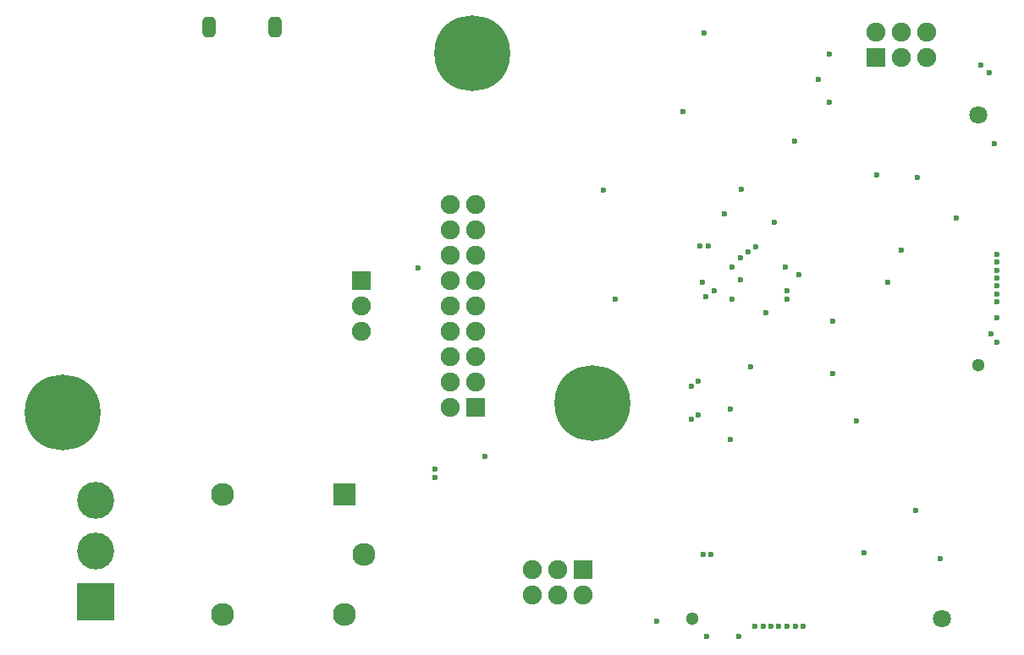
<source format=gbs>
G04*
G04 #@! TF.GenerationSoftware,Altium Limited,Altium Designer,22.0.2 (36)*
G04*
G04 Layer_Color=16711935*
%FSLAX44Y44*%
%MOMM*%
G71*
G04*
G04 #@! TF.SameCoordinates,FC35110A-CA5B-4856-B909-DC3729F2DC72*
G04*
G04*
G04 #@! TF.FilePolarity,Negative*
G04*
G01*
G75*
%ADD34R,1.9000X1.9000*%
%ADD66C,7.6000*%
%ADD67R,1.9000X1.9000*%
%ADD68C,1.9000*%
%ADD69R,2.3000X2.3000*%
G04:AMPARAMS|DCode=70|XSize=2.1mm|YSize=1.3mm|CornerRadius=0.41mm|HoleSize=0mm|Usage=FLASHONLY|Rotation=270.000|XOffset=0mm|YOffset=0mm|HoleType=Round|Shape=RoundedRectangle|*
%AMROUNDEDRECTD70*
21,1,2.1000,0.4800,0,0,270.0*
21,1,1.2800,1.3000,0,0,270.0*
1,1,0.8200,-0.2400,-0.6400*
1,1,0.8200,-0.2400,0.6400*
1,1,0.8200,0.2400,0.6400*
1,1,0.8200,0.2400,-0.6400*
%
%ADD70ROUNDEDRECTD70*%
%ADD71C,1.3000*%
%ADD72C,1.8000*%
%ADD73R,3.7000X3.7000*%
%ADD74C,3.7000*%
%ADD75C,2.3000*%
%ADD76C,0.6000*%
D34*
X884000Y616000D02*
D03*
X591000Y102617D02*
D03*
D66*
X600000Y270000D02*
D03*
X480000Y620000D02*
D03*
X70000Y260000D02*
D03*
D67*
X483000Y265400D02*
D03*
X369000Y392400D02*
D03*
D68*
X884000Y641400D02*
D03*
X591000Y77217D02*
D03*
X934800Y641400D02*
D03*
X457600Y468600D02*
D03*
Y265400D02*
D03*
X540200Y77217D02*
D03*
X369000Y341600D02*
D03*
X457600Y443200D02*
D03*
Y417800D02*
D03*
Y392400D02*
D03*
Y367000D02*
D03*
Y341600D02*
D03*
Y316200D02*
D03*
X483000Y468600D02*
D03*
Y443200D02*
D03*
Y417800D02*
D03*
Y392400D02*
D03*
Y367000D02*
D03*
Y341600D02*
D03*
Y316200D02*
D03*
Y290800D02*
D03*
X457600D02*
D03*
X909400Y616000D02*
D03*
X934800D02*
D03*
X909400Y641400D02*
D03*
X369000Y367000D02*
D03*
X565600Y102617D02*
D03*
X540200D02*
D03*
X565600Y77217D02*
D03*
D69*
X352000Y178000D02*
D03*
D70*
X283000Y646750D02*
D03*
X217000D02*
D03*
D71*
X986000Y308000D02*
D03*
X700000Y54000D02*
D03*
D72*
X986000Y558000D02*
D03*
X950000Y54000D02*
D03*
D73*
X103000Y71000D02*
D03*
D74*
Y121800D02*
D03*
Y172600D02*
D03*
D75*
X352000Y58000D02*
D03*
X230000Y178000D02*
D03*
Y58000D02*
D03*
X372000Y118000D02*
D03*
D76*
X712429Y640571D02*
D03*
X997000Y601000D02*
D03*
X1002000Y530000D02*
D03*
X989000Y608000D02*
D03*
X872000Y120000D02*
D03*
X864000Y252000D02*
D03*
X759000Y306000D02*
D03*
X611000Y483000D02*
D03*
X665000Y51000D02*
D03*
X837000Y619000D02*
D03*
X826000Y594000D02*
D03*
X837000Y571000D02*
D03*
X925000Y496000D02*
D03*
X964000Y455000D02*
D03*
X895500Y390500D02*
D03*
X885000Y498000D02*
D03*
X793000Y406000D02*
D03*
X710000Y391000D02*
D03*
X841000Y299000D02*
D03*
X623000Y374000D02*
D03*
X493000Y216000D02*
D03*
X443000Y195000D02*
D03*
Y204000D02*
D03*
X691000Y562000D02*
D03*
X909000Y423000D02*
D03*
X722000Y382000D02*
D03*
X714000Y376000D02*
D03*
X807000Y398000D02*
D03*
X841000Y352000D02*
D03*
X749000Y484000D02*
D03*
X803000Y532000D02*
D03*
X782000Y451000D02*
D03*
X748000Y393000D02*
D03*
X711000Y118000D02*
D03*
X719000Y118000D02*
D03*
X699000Y254000D02*
D03*
X706000Y258000D02*
D03*
X699000Y287000D02*
D03*
X706000Y292000D02*
D03*
X716000Y427000D02*
D03*
X740000Y374000D02*
D03*
X426000Y405000D02*
D03*
X732000Y459000D02*
D03*
X748000Y415000D02*
D03*
X740000Y406000D02*
D03*
X756000Y421000D02*
D03*
X764000Y426000D02*
D03*
X999000Y339000D02*
D03*
X708000Y427000D02*
D03*
X774000Y360000D02*
D03*
X795000Y374000D02*
D03*
Y382000D02*
D03*
X738000Y233000D02*
D03*
Y264000D02*
D03*
X924000Y162000D02*
D03*
X948000Y114000D02*
D03*
X1005179Y331000D02*
D03*
X1005226Y355000D02*
D03*
X714841Y36000D02*
D03*
X746557D02*
D03*
X810886Y46000D02*
D03*
X803038D02*
D03*
X794913D02*
D03*
X786926D02*
D03*
X778894D02*
D03*
X771000D02*
D03*
X763000D02*
D03*
X1005000Y371338D02*
D03*
Y379100D02*
D03*
Y387186D02*
D03*
Y395164D02*
D03*
Y402711D02*
D03*
Y411120D02*
D03*
Y418775D02*
D03*
M02*

</source>
